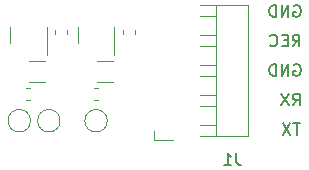
<source format=gbr>
%TF.GenerationSoftware,KiCad,Pcbnew,(6.0.0-rc1-461-ge5d6ec836f)*%
%TF.CreationDate,2022-01-23T00:53:45+08:00*%
%TF.ProjectId,usb_adapter,7573625f-6164-4617-9074-65722e6b6963,rev?*%
%TF.SameCoordinates,Original*%
%TF.FileFunction,Legend,Bot*%
%TF.FilePolarity,Positive*%
%FSLAX46Y46*%
G04 Gerber Fmt 4.6, Leading zero omitted, Abs format (unit mm)*
G04 Created by KiCad (PCBNEW (6.0.0-rc1-461-ge5d6ec836f)) date 2022-01-23 00:53:45*
%MOMM*%
%LPD*%
G01*
G04 APERTURE LIST*
%ADD10C,0.150000*%
%ADD11C,0.120000*%
G04 APERTURE END LIST*
D10*
X129261904Y-96952380D02*
X128690476Y-96952380D01*
X128976190Y-97952380D02*
X128976190Y-96952380D01*
X128452380Y-96952380D02*
X127785714Y-97952380D01*
X127785714Y-96952380D02*
X128452380Y-97952380D01*
X128761904Y-87000000D02*
X128857142Y-86952380D01*
X129000000Y-86952380D01*
X129142857Y-87000000D01*
X129238095Y-87095238D01*
X129285714Y-87190476D01*
X129333333Y-87380952D01*
X129333333Y-87523809D01*
X129285714Y-87714285D01*
X129238095Y-87809523D01*
X129142857Y-87904761D01*
X129000000Y-87952380D01*
X128904761Y-87952380D01*
X128761904Y-87904761D01*
X128714285Y-87857142D01*
X128714285Y-87523809D01*
X128904761Y-87523809D01*
X128285714Y-87952380D02*
X128285714Y-86952380D01*
X127714285Y-87952380D01*
X127714285Y-86952380D01*
X127238095Y-87952380D02*
X127238095Y-86952380D01*
X127000000Y-86952380D01*
X126857142Y-87000000D01*
X126761904Y-87095238D01*
X126714285Y-87190476D01*
X126666666Y-87380952D01*
X126666666Y-87523809D01*
X126714285Y-87714285D01*
X126761904Y-87809523D01*
X126857142Y-87904761D01*
X127000000Y-87952380D01*
X127238095Y-87952380D01*
X128666666Y-95452380D02*
X129000000Y-94976190D01*
X129238095Y-95452380D02*
X129238095Y-94452380D01*
X128857142Y-94452380D01*
X128761904Y-94500000D01*
X128714285Y-94547619D01*
X128666666Y-94642857D01*
X128666666Y-94785714D01*
X128714285Y-94880952D01*
X128761904Y-94928571D01*
X128857142Y-94976190D01*
X129238095Y-94976190D01*
X128333333Y-94452380D02*
X127666666Y-95452380D01*
X127666666Y-94452380D02*
X128333333Y-95452380D01*
X128761904Y-92000000D02*
X128857142Y-91952380D01*
X129000000Y-91952380D01*
X129142857Y-92000000D01*
X129238095Y-92095238D01*
X129285714Y-92190476D01*
X129333333Y-92380952D01*
X129333333Y-92523809D01*
X129285714Y-92714285D01*
X129238095Y-92809523D01*
X129142857Y-92904761D01*
X129000000Y-92952380D01*
X128904761Y-92952380D01*
X128761904Y-92904761D01*
X128714285Y-92857142D01*
X128714285Y-92523809D01*
X128904761Y-92523809D01*
X128285714Y-92952380D02*
X128285714Y-91952380D01*
X127714285Y-92952380D01*
X127714285Y-91952380D01*
X127238095Y-92952380D02*
X127238095Y-91952380D01*
X127000000Y-91952380D01*
X126857142Y-92000000D01*
X126761904Y-92095238D01*
X126714285Y-92190476D01*
X126666666Y-92380952D01*
X126666666Y-92523809D01*
X126714285Y-92714285D01*
X126761904Y-92809523D01*
X126857142Y-92904761D01*
X127000000Y-92952380D01*
X127238095Y-92952380D01*
X128642857Y-90452380D02*
X128976190Y-89976190D01*
X129214285Y-90452380D02*
X129214285Y-89452380D01*
X128833333Y-89452380D01*
X128738095Y-89500000D01*
X128690476Y-89547619D01*
X128642857Y-89642857D01*
X128642857Y-89785714D01*
X128690476Y-89880952D01*
X128738095Y-89928571D01*
X128833333Y-89976190D01*
X129214285Y-89976190D01*
X128214285Y-89928571D02*
X127880952Y-89928571D01*
X127738095Y-90452380D02*
X128214285Y-90452380D01*
X128214285Y-89452380D01*
X127738095Y-89452380D01*
X126738095Y-90357142D02*
X126785714Y-90404761D01*
X126928571Y-90452380D01*
X127023809Y-90452380D01*
X127166666Y-90404761D01*
X127261904Y-90309523D01*
X127309523Y-90214285D01*
X127357142Y-90023809D01*
X127357142Y-89880952D01*
X127309523Y-89690476D01*
X127261904Y-89595238D01*
X127166666Y-89500000D01*
X127023809Y-89452380D01*
X126928571Y-89452380D01*
X126785714Y-89500000D01*
X126738095Y-89547619D01*
%TO.C,J1*%
X123853333Y-99502380D02*
X123853333Y-100216666D01*
X123900952Y-100359523D01*
X123996190Y-100454761D01*
X124139047Y-100502380D01*
X124234285Y-100502380D01*
X122853333Y-100502380D02*
X123424761Y-100502380D01*
X123139047Y-100502380D02*
X123139047Y-99502380D01*
X123234285Y-99645238D01*
X123329523Y-99740476D01*
X123424761Y-99788095D01*
D11*
%TO.C,U2*%
X113560000Y-89500000D02*
X113560000Y-88850000D01*
X110440000Y-89500000D02*
X110440000Y-90150000D01*
X113560000Y-89500000D02*
X113560000Y-91175000D01*
X110440000Y-89500000D02*
X110440000Y-88850000D01*
%TO.C,TP2*%
X106450000Y-96750000D02*
G75*
G03*
X106450000Y-96750000I-950000J0D01*
G01*
%TO.C,U1*%
X104690000Y-89500000D02*
X104690000Y-88850000D01*
X107810000Y-89500000D02*
X107810000Y-91175000D01*
X104690000Y-89500000D02*
X104690000Y-90150000D01*
X107810000Y-89500000D02*
X107810000Y-88850000D01*
%TO.C,C6*%
X111853733Y-93990000D02*
X112146267Y-93990000D01*
X111853733Y-95010000D02*
X112146267Y-95010000D01*
%TO.C,TP1*%
X108950000Y-96750000D02*
G75*
G03*
X108950000Y-96750000I-950000J0D01*
G01*
%TO.C,C1*%
X109510000Y-89103733D02*
X109510000Y-89396267D01*
X108490000Y-89103733D02*
X108490000Y-89396267D01*
%TO.C,TP3*%
X112950000Y-96750000D02*
G75*
G03*
X112950000Y-96750000I-950000J0D01*
G01*
%TO.C,C3*%
X106103733Y-93990000D02*
X106396267Y-93990000D01*
X106103733Y-95010000D02*
X106396267Y-95010000D01*
%TO.C,C5*%
X112051248Y-91690000D02*
X113473752Y-91690000D01*
X112051248Y-93510000D02*
X113473752Y-93510000D01*
%TO.C,C2*%
X106288748Y-91690000D02*
X107711252Y-91690000D01*
X106288748Y-93510000D02*
X107711252Y-93510000D01*
%TO.C,J1*%
X120800000Y-98020000D02*
X122155000Y-98020000D01*
X116905000Y-98400000D02*
X118475000Y-98400000D01*
X120800000Y-89520000D02*
X122155000Y-89520000D01*
X120800000Y-87860000D02*
X122155000Y-87860000D01*
X120800000Y-92940000D02*
X122155000Y-92940000D01*
X116905000Y-97580000D02*
X116905000Y-98400000D01*
X120800000Y-90400000D02*
X122155000Y-90400000D01*
X120800000Y-86980000D02*
X122155000Y-86980000D01*
X120800000Y-92060000D02*
X122155000Y-92060000D01*
X122155000Y-86980000D02*
X122155000Y-98020000D01*
X124895000Y-98020000D02*
X124895000Y-86975000D01*
X124895000Y-86975000D02*
X122155000Y-86975000D01*
X122130000Y-98025000D02*
X124870000Y-98025000D01*
X120800000Y-95480000D02*
X122155000Y-95480000D01*
X120800000Y-94600000D02*
X122155000Y-94600000D01*
X120800000Y-97140000D02*
X122155000Y-97140000D01*
%TO.C,C4*%
X114240000Y-89103733D02*
X114240000Y-89396267D01*
X115260000Y-89103733D02*
X115260000Y-89396267D01*
%TD*%
M02*

</source>
